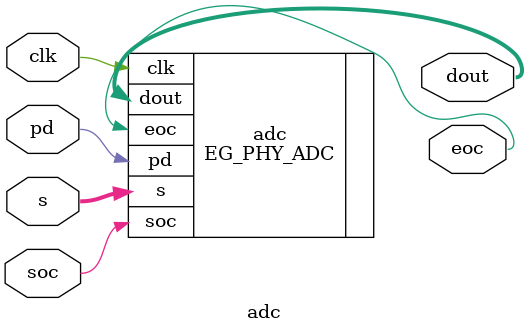
<source format=v>

`timescale 1ns / 1ps
module adc  // adc.v(14)
  (
  clk,
  pd,
  s,
  soc,
  dout,
  eoc
  );

  input clk;  // adc.v(18)
  input pd;  // adc.v(19)
  input [2:0] s;  // adc.v(20)
  input soc;  // adc.v(21)
  output [11:0] dout;  // adc.v(16)
  output eoc;  // adc.v(15)


  EG_PHY_ADC #(
    .CH0("ENABLE"),
    .CH1("ENABLE"),
    .CH2("ENABLE"),
    .CH3("ENABLE"),
    .CH4("ENABLE"),
    .CH5("ENABLE"),
    .CH6("ENABLE"),
    .CH7("ENABLE"),
    .VREF("DISABLE"))
    adc (
    .clk(clk),
    .pd(pd),
    .s(s),
    .soc(soc),
    .dout(dout),
    .eoc(eoc));  // adc.v(32)
  EG_PHY_CONFIG #(
    .DONE_PERSISTN("ENABLE"),
    .INIT_PERSISTN("ENABLE"),
    .JTAG_PERSISTN("DISABLE"),
    .PROGRAMN_PERSISTN("DISABLE"))
    config_inst ();

endmodule 


</source>
